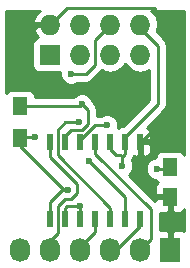
<source format=gbr>
G04 #@! TF.FileFunction,Copper,L2,Bot,Signal*
%FSLAX46Y46*%
G04 Gerber Fmt 4.6, Leading zero omitted, Abs format (unit mm)*
G04 Created by KiCad (PCBNEW 4.0.1-stable) date Thu 28 Jan 2016 04:51:10 PM EET*
%MOMM*%
G01*
G04 APERTURE LIST*
%ADD10C,0.100000*%
%ADD11R,0.508000X1.343000*%
%ADD12R,1.727200X1.727200*%
%ADD13O,1.727200X1.727200*%
%ADD14R,1.250000X1.500000*%
%ADD15R,1.727200X2.032000*%
%ADD16O,1.727200X2.032000*%
%ADD17R,1.300000X1.500000*%
%ADD18C,0.600000*%
%ADD19C,0.250000*%
%ADD20C,0.254000*%
G04 APERTURE END LIST*
D10*
D11*
X144780000Y-111533000D03*
X146050000Y-111533000D03*
X147320000Y-111533000D03*
X148590000Y-111533000D03*
X149860000Y-111533000D03*
X151130000Y-111533000D03*
X152400000Y-111533000D03*
X152400000Y-118083000D03*
X151130000Y-118083000D03*
X148590000Y-118083000D03*
X147320000Y-118083000D03*
X146050000Y-118083000D03*
X144780000Y-118083000D03*
X149860000Y-118083000D03*
D12*
X144780000Y-104140000D03*
D13*
X144780000Y-101600000D03*
X147320000Y-104140000D03*
X147320000Y-101600000D03*
X149860000Y-104140000D03*
X149860000Y-101600000D03*
X152400000Y-104140000D03*
X152400000Y-101600000D03*
D14*
X154940000Y-116185000D03*
X154940000Y-113685000D03*
D15*
X154940000Y-120650000D03*
D16*
X152400000Y-120650000D03*
X149860000Y-120650000D03*
X147320000Y-120650000D03*
X144780000Y-120650000D03*
X142240000Y-120650000D03*
D17*
X142240000Y-111205000D03*
X142240000Y-108505000D03*
D18*
X152400000Y-106680000D03*
X155194000Y-107315000D03*
X143510000Y-111125000D03*
X146304000Y-115570000D03*
X153797000Y-113792000D03*
X147464950Y-108318138D03*
X149606000Y-110109000D03*
X148082000Y-113157000D03*
X146558000Y-105791000D03*
X147193000Y-109855000D03*
X147320000Y-116967000D03*
X150876000Y-113538000D03*
D19*
X142748000Y-102616000D02*
X143764000Y-101600000D01*
X143764000Y-101600000D02*
X144780000Y-101600000D01*
X142748000Y-105537000D02*
X142748000Y-102616000D01*
X144145000Y-106934000D02*
X142748000Y-105537000D01*
X152146000Y-106934000D02*
X144145000Y-106934000D01*
X152400000Y-106680000D02*
X152146000Y-106934000D01*
X154686000Y-107315000D02*
X154686000Y-109347000D01*
X154686000Y-101346000D02*
X154686000Y-107315000D01*
X154686000Y-107315000D02*
X155194000Y-107315000D01*
X144780000Y-101600000D02*
X146177000Y-100203000D01*
X146177000Y-100203000D02*
X153543000Y-100203000D01*
X153543000Y-100203000D02*
X154686000Y-101346000D01*
X154686000Y-109347000D02*
X152400000Y-111633000D01*
X152400000Y-114681000D02*
X153904000Y-116185000D01*
X153904000Y-116185000D02*
X154940000Y-116185000D01*
X152400000Y-111633000D02*
X152400000Y-114681000D01*
X154940000Y-120650000D02*
X154940000Y-116185000D01*
X142240000Y-111205000D02*
X142240000Y-111887000D01*
X142240000Y-111887000D02*
X145923000Y-115570000D01*
X144780000Y-117983000D02*
X144780000Y-116586000D01*
X144780000Y-116586000D02*
X145796000Y-115570000D01*
X145796000Y-115570000D02*
X145923000Y-115570000D01*
X145923000Y-115570000D02*
X146304000Y-115570000D01*
X143510000Y-111125000D02*
X142320000Y-111125000D01*
X142320000Y-111125000D02*
X142240000Y-111205000D01*
X153797000Y-113792000D02*
X154833000Y-113792000D01*
X154833000Y-113792000D02*
X154940000Y-113685000D01*
X153289000Y-117221000D02*
X153289000Y-119761000D01*
X153289000Y-119761000D02*
X152400000Y-120650000D01*
X148590000Y-112522000D02*
X153289000Y-117221000D01*
X148590000Y-111633000D02*
X148590000Y-112522000D01*
X149860000Y-120650000D02*
X150368000Y-120650000D01*
X150368000Y-120650000D02*
X152400000Y-118618000D01*
X152400000Y-118618000D02*
X152400000Y-117983000D01*
X147320000Y-120396000D02*
X148590000Y-119126000D01*
X148590000Y-119126000D02*
X148590000Y-117983000D01*
X147320000Y-120650000D02*
X147320000Y-120396000D01*
X147066000Y-115824000D02*
X147066000Y-115062000D01*
X147066000Y-115062000D02*
X144780000Y-112776000D01*
X146558000Y-116332000D02*
X147066000Y-115824000D01*
X146050000Y-116332000D02*
X146558000Y-116332000D01*
X145415000Y-116967000D02*
X146050000Y-116332000D01*
X145415000Y-119253000D02*
X145415000Y-116967000D01*
X144780000Y-119888000D02*
X145415000Y-119253000D01*
X144780000Y-120650000D02*
X144780000Y-119888000D01*
X144780000Y-112776000D02*
X144780000Y-111633000D01*
X144780000Y-120650000D02*
X144780000Y-119761000D01*
X146050000Y-111633000D02*
X146050000Y-110998000D01*
X146050000Y-110998000D02*
X146558000Y-110490000D01*
X146558000Y-110490000D02*
X147447000Y-110490000D01*
X147447000Y-110490000D02*
X147955000Y-109982000D01*
X147955000Y-109982000D02*
X147955000Y-108808188D01*
X147955000Y-108808188D02*
X147464950Y-108318138D01*
X147459862Y-108318138D02*
X147273000Y-108505000D01*
X147273000Y-108505000D02*
X142240000Y-108505000D01*
X147464950Y-108318138D02*
X147459862Y-108318138D01*
X147331812Y-108185000D02*
X147464950Y-108318138D01*
X149606000Y-110109000D02*
X148590000Y-110109000D01*
X148590000Y-110109000D02*
X147320000Y-111379000D01*
X147320000Y-111379000D02*
X147320000Y-111633000D01*
X147320000Y-111633000D02*
X147320000Y-111616076D01*
X151130000Y-117983000D02*
X151130000Y-116205000D01*
X151130000Y-116205000D02*
X148082000Y-113157000D01*
X146558000Y-105791000D02*
X147828000Y-105791000D01*
X147828000Y-105791000D02*
X148590000Y-105029000D01*
X148590000Y-105029000D02*
X148590000Y-102870000D01*
X148590000Y-102870000D02*
X149860000Y-101600000D01*
X146768736Y-109855000D02*
X147193000Y-109855000D01*
X146050000Y-109855000D02*
X146768736Y-109855000D01*
X145415000Y-110490000D02*
X146050000Y-109855000D01*
X149860000Y-117094000D02*
X145415000Y-112649000D01*
X145415000Y-112649000D02*
X145415000Y-110490000D01*
X149860000Y-117983000D02*
X149860000Y-117094000D01*
X152400000Y-101600000D02*
X152400000Y-101854000D01*
X152400000Y-101854000D02*
X153924000Y-103378000D01*
X151130000Y-112522000D02*
X150876000Y-112776000D01*
X153924000Y-103378000D02*
X153924000Y-108331000D01*
X153924000Y-108331000D02*
X151130000Y-111125000D01*
X151130000Y-111125000D02*
X151130000Y-112522000D01*
X149860000Y-111633000D02*
X149860000Y-112141000D01*
X149860000Y-112141000D02*
X150368000Y-112649000D01*
X150368000Y-112649000D02*
X150749000Y-112649000D01*
X150749000Y-112649000D02*
X150876000Y-112776000D01*
X147320000Y-116967000D02*
X147320000Y-117983000D01*
X147320000Y-116967000D02*
X146244500Y-116967000D01*
X146244500Y-116967000D02*
X146050000Y-117161500D01*
X146050000Y-117161500D02*
X146050000Y-117983000D01*
X150876000Y-113538000D02*
X150876000Y-112776000D01*
D20*
G36*
X156135000Y-112648148D02*
X156029090Y-112483559D01*
X155816890Y-112338569D01*
X155565000Y-112287560D01*
X154315000Y-112287560D01*
X154079683Y-112331838D01*
X153863559Y-112470910D01*
X153718569Y-112683110D01*
X153683376Y-112856900D01*
X153611833Y-112856838D01*
X153268057Y-112998883D01*
X153004808Y-113261673D01*
X152862162Y-113605201D01*
X152861838Y-113977167D01*
X153003883Y-114320943D01*
X153266673Y-114584192D01*
X153610201Y-114726838D01*
X153748286Y-114726958D01*
X153850910Y-114886441D01*
X153919006Y-114932969D01*
X153776673Y-115075302D01*
X153680000Y-115308691D01*
X153680000Y-115899250D01*
X153838750Y-116058000D01*
X154813000Y-116058000D01*
X154813000Y-116038000D01*
X155067000Y-116038000D01*
X155067000Y-116058000D01*
X155087000Y-116058000D01*
X155087000Y-116312000D01*
X155067000Y-116312000D01*
X155067000Y-117411250D01*
X155225750Y-117570000D01*
X155691310Y-117570000D01*
X155924699Y-117473327D01*
X156103327Y-117294698D01*
X156135000Y-117218233D01*
X156135000Y-119083952D01*
X155929909Y-118999000D01*
X155225750Y-118999000D01*
X155067000Y-119157750D01*
X155067000Y-120523000D01*
X155087000Y-120523000D01*
X155087000Y-120777000D01*
X155067000Y-120777000D01*
X155067000Y-120797000D01*
X154813000Y-120797000D01*
X154813000Y-120777000D01*
X154793000Y-120777000D01*
X154793000Y-120523000D01*
X154813000Y-120523000D01*
X154813000Y-119157750D01*
X154654250Y-118999000D01*
X154049000Y-118999000D01*
X154049000Y-117512138D01*
X154188690Y-117570000D01*
X154654250Y-117570000D01*
X154813000Y-117411250D01*
X154813000Y-116312000D01*
X153838750Y-116312000D01*
X153680000Y-116470750D01*
X153680000Y-116537198D01*
X151439461Y-114296659D01*
X151668192Y-114068327D01*
X151810838Y-113724799D01*
X151811162Y-113352833D01*
X151681315Y-113038578D01*
X151832148Y-112812840D01*
X151841525Y-112765701D01*
X152019691Y-112839500D01*
X152114250Y-112839500D01*
X152273000Y-112680750D01*
X152273000Y-111660000D01*
X152527000Y-111660000D01*
X152527000Y-112680750D01*
X152685750Y-112839500D01*
X152780309Y-112839500D01*
X153013698Y-112742827D01*
X153192327Y-112564199D01*
X153289000Y-112330810D01*
X153289000Y-111818750D01*
X153130250Y-111660000D01*
X152527000Y-111660000D01*
X152273000Y-111660000D01*
X152253000Y-111660000D01*
X152253000Y-111406000D01*
X152273000Y-111406000D01*
X152273000Y-111386000D01*
X152527000Y-111386000D01*
X152527000Y-111406000D01*
X153130250Y-111406000D01*
X153289000Y-111247250D01*
X153289000Y-110735190D01*
X153192327Y-110501801D01*
X153013698Y-110323173D01*
X153008699Y-110321103D01*
X154461401Y-108868401D01*
X154626148Y-108621839D01*
X154684000Y-108331000D01*
X154684000Y-103378000D01*
X154626148Y-103087161D01*
X154626148Y-103087160D01*
X154461401Y-102840599D01*
X153791017Y-102170215D01*
X153898600Y-101629359D01*
X153898600Y-101570641D01*
X153784526Y-100997152D01*
X153459670Y-100510971D01*
X153301073Y-100405000D01*
X156135000Y-100405000D01*
X156135000Y-112648148D01*
X156135000Y-112648148D01*
G37*
X156135000Y-112648148D02*
X156029090Y-112483559D01*
X155816890Y-112338569D01*
X155565000Y-112287560D01*
X154315000Y-112287560D01*
X154079683Y-112331838D01*
X153863559Y-112470910D01*
X153718569Y-112683110D01*
X153683376Y-112856900D01*
X153611833Y-112856838D01*
X153268057Y-112998883D01*
X153004808Y-113261673D01*
X152862162Y-113605201D01*
X152861838Y-113977167D01*
X153003883Y-114320943D01*
X153266673Y-114584192D01*
X153610201Y-114726838D01*
X153748286Y-114726958D01*
X153850910Y-114886441D01*
X153919006Y-114932969D01*
X153776673Y-115075302D01*
X153680000Y-115308691D01*
X153680000Y-115899250D01*
X153838750Y-116058000D01*
X154813000Y-116058000D01*
X154813000Y-116038000D01*
X155067000Y-116038000D01*
X155067000Y-116058000D01*
X155087000Y-116058000D01*
X155087000Y-116312000D01*
X155067000Y-116312000D01*
X155067000Y-117411250D01*
X155225750Y-117570000D01*
X155691310Y-117570000D01*
X155924699Y-117473327D01*
X156103327Y-117294698D01*
X156135000Y-117218233D01*
X156135000Y-119083952D01*
X155929909Y-118999000D01*
X155225750Y-118999000D01*
X155067000Y-119157750D01*
X155067000Y-120523000D01*
X155087000Y-120523000D01*
X155087000Y-120777000D01*
X155067000Y-120777000D01*
X155067000Y-120797000D01*
X154813000Y-120797000D01*
X154813000Y-120777000D01*
X154793000Y-120777000D01*
X154793000Y-120523000D01*
X154813000Y-120523000D01*
X154813000Y-119157750D01*
X154654250Y-118999000D01*
X154049000Y-118999000D01*
X154049000Y-117512138D01*
X154188690Y-117570000D01*
X154654250Y-117570000D01*
X154813000Y-117411250D01*
X154813000Y-116312000D01*
X153838750Y-116312000D01*
X153680000Y-116470750D01*
X153680000Y-116537198D01*
X151439461Y-114296659D01*
X151668192Y-114068327D01*
X151810838Y-113724799D01*
X151811162Y-113352833D01*
X151681315Y-113038578D01*
X151832148Y-112812840D01*
X151841525Y-112765701D01*
X152019691Y-112839500D01*
X152114250Y-112839500D01*
X152273000Y-112680750D01*
X152273000Y-111660000D01*
X152527000Y-111660000D01*
X152527000Y-112680750D01*
X152685750Y-112839500D01*
X152780309Y-112839500D01*
X153013698Y-112742827D01*
X153192327Y-112564199D01*
X153289000Y-112330810D01*
X153289000Y-111818750D01*
X153130250Y-111660000D01*
X152527000Y-111660000D01*
X152273000Y-111660000D01*
X152253000Y-111660000D01*
X152253000Y-111406000D01*
X152273000Y-111406000D01*
X152273000Y-111386000D01*
X152527000Y-111386000D01*
X152527000Y-111406000D01*
X153130250Y-111406000D01*
X153289000Y-111247250D01*
X153289000Y-110735190D01*
X153192327Y-110501801D01*
X153013698Y-110323173D01*
X153008699Y-110321103D01*
X154461401Y-108868401D01*
X154626148Y-108621839D01*
X154684000Y-108331000D01*
X154684000Y-103378000D01*
X154626148Y-103087161D01*
X154626148Y-103087160D01*
X154461401Y-102840599D01*
X153791017Y-102170215D01*
X153898600Y-101629359D01*
X153898600Y-101570641D01*
X153784526Y-100997152D01*
X153459670Y-100510971D01*
X153301073Y-100405000D01*
X156135000Y-100405000D01*
X156135000Y-112648148D01*
G36*
X143573179Y-100711510D02*
X143325032Y-101240973D01*
X143445531Y-101473000D01*
X144653000Y-101473000D01*
X144653000Y-101453000D01*
X144907000Y-101453000D01*
X144907000Y-101473000D01*
X144927000Y-101473000D01*
X144927000Y-101727000D01*
X144907000Y-101727000D01*
X144907000Y-101747000D01*
X144653000Y-101747000D01*
X144653000Y-101727000D01*
X143445531Y-101727000D01*
X143325032Y-101959027D01*
X143573179Y-102488490D01*
X143759433Y-102658495D01*
X143681083Y-102673238D01*
X143464959Y-102812310D01*
X143319969Y-103024510D01*
X143268960Y-103276400D01*
X143268960Y-105003600D01*
X143313238Y-105238917D01*
X143452310Y-105455041D01*
X143664510Y-105600031D01*
X143916400Y-105651040D01*
X145623121Y-105651040D01*
X145622838Y-105976167D01*
X145764883Y-106319943D01*
X146027673Y-106583192D01*
X146371201Y-106725838D01*
X146743167Y-106726162D01*
X147086943Y-106584117D01*
X147120118Y-106551000D01*
X147828000Y-106551000D01*
X148118839Y-106493148D01*
X148365401Y-106328401D01*
X149127401Y-105566401D01*
X149182293Y-105484249D01*
X149286511Y-105553885D01*
X149860000Y-105667959D01*
X150433489Y-105553885D01*
X150919670Y-105229029D01*
X151130000Y-104914248D01*
X151340330Y-105229029D01*
X151826511Y-105553885D01*
X152400000Y-105667959D01*
X152973489Y-105553885D01*
X153164000Y-105426590D01*
X153164000Y-108016198D01*
X150966138Y-110214060D01*
X150876000Y-110214060D01*
X150640683Y-110258338D01*
X150525659Y-110332354D01*
X150540838Y-110295799D01*
X150541162Y-109923833D01*
X150399117Y-109580057D01*
X150136327Y-109316808D01*
X149792799Y-109174162D01*
X149420833Y-109173838D01*
X149077057Y-109315883D01*
X149043882Y-109349000D01*
X148715000Y-109349000D01*
X148715000Y-108808188D01*
X148657148Y-108517349D01*
X148657148Y-108517348D01*
X148492401Y-108270787D01*
X148400072Y-108178458D01*
X148400112Y-108132971D01*
X148258067Y-107789195D01*
X147995277Y-107525946D01*
X147651749Y-107383300D01*
X147279783Y-107382976D01*
X146936007Y-107525021D01*
X146851279Y-107609601D01*
X146794411Y-107647599D01*
X146756745Y-107703971D01*
X146715644Y-107745000D01*
X143535558Y-107745000D01*
X143493162Y-107519683D01*
X143354090Y-107303559D01*
X143141890Y-107158569D01*
X142890000Y-107107560D01*
X141590000Y-107107560D01*
X141354683Y-107151838D01*
X141138559Y-107290910D01*
X141045000Y-107427838D01*
X141045000Y-100405000D01*
X143908984Y-100405000D01*
X143573179Y-100711510D01*
X143573179Y-100711510D01*
G37*
X143573179Y-100711510D02*
X143325032Y-101240973D01*
X143445531Y-101473000D01*
X144653000Y-101473000D01*
X144653000Y-101453000D01*
X144907000Y-101453000D01*
X144907000Y-101473000D01*
X144927000Y-101473000D01*
X144927000Y-101727000D01*
X144907000Y-101727000D01*
X144907000Y-101747000D01*
X144653000Y-101747000D01*
X144653000Y-101727000D01*
X143445531Y-101727000D01*
X143325032Y-101959027D01*
X143573179Y-102488490D01*
X143759433Y-102658495D01*
X143681083Y-102673238D01*
X143464959Y-102812310D01*
X143319969Y-103024510D01*
X143268960Y-103276400D01*
X143268960Y-105003600D01*
X143313238Y-105238917D01*
X143452310Y-105455041D01*
X143664510Y-105600031D01*
X143916400Y-105651040D01*
X145623121Y-105651040D01*
X145622838Y-105976167D01*
X145764883Y-106319943D01*
X146027673Y-106583192D01*
X146371201Y-106725838D01*
X146743167Y-106726162D01*
X147086943Y-106584117D01*
X147120118Y-106551000D01*
X147828000Y-106551000D01*
X148118839Y-106493148D01*
X148365401Y-106328401D01*
X149127401Y-105566401D01*
X149182293Y-105484249D01*
X149286511Y-105553885D01*
X149860000Y-105667959D01*
X150433489Y-105553885D01*
X150919670Y-105229029D01*
X151130000Y-104914248D01*
X151340330Y-105229029D01*
X151826511Y-105553885D01*
X152400000Y-105667959D01*
X152973489Y-105553885D01*
X153164000Y-105426590D01*
X153164000Y-108016198D01*
X150966138Y-110214060D01*
X150876000Y-110214060D01*
X150640683Y-110258338D01*
X150525659Y-110332354D01*
X150540838Y-110295799D01*
X150541162Y-109923833D01*
X150399117Y-109580057D01*
X150136327Y-109316808D01*
X149792799Y-109174162D01*
X149420833Y-109173838D01*
X149077057Y-109315883D01*
X149043882Y-109349000D01*
X148715000Y-109349000D01*
X148715000Y-108808188D01*
X148657148Y-108517349D01*
X148657148Y-108517348D01*
X148492401Y-108270787D01*
X148400072Y-108178458D01*
X148400112Y-108132971D01*
X148258067Y-107789195D01*
X147995277Y-107525946D01*
X147651749Y-107383300D01*
X147279783Y-107382976D01*
X146936007Y-107525021D01*
X146851279Y-107609601D01*
X146794411Y-107647599D01*
X146756745Y-107703971D01*
X146715644Y-107745000D01*
X143535558Y-107745000D01*
X143493162Y-107519683D01*
X143354090Y-107303559D01*
X143141890Y-107158569D01*
X142890000Y-107107560D01*
X141590000Y-107107560D01*
X141354683Y-107151838D01*
X141138559Y-107290910D01*
X141045000Y-107427838D01*
X141045000Y-100405000D01*
X143908984Y-100405000D01*
X143573179Y-100711510D01*
M02*

</source>
